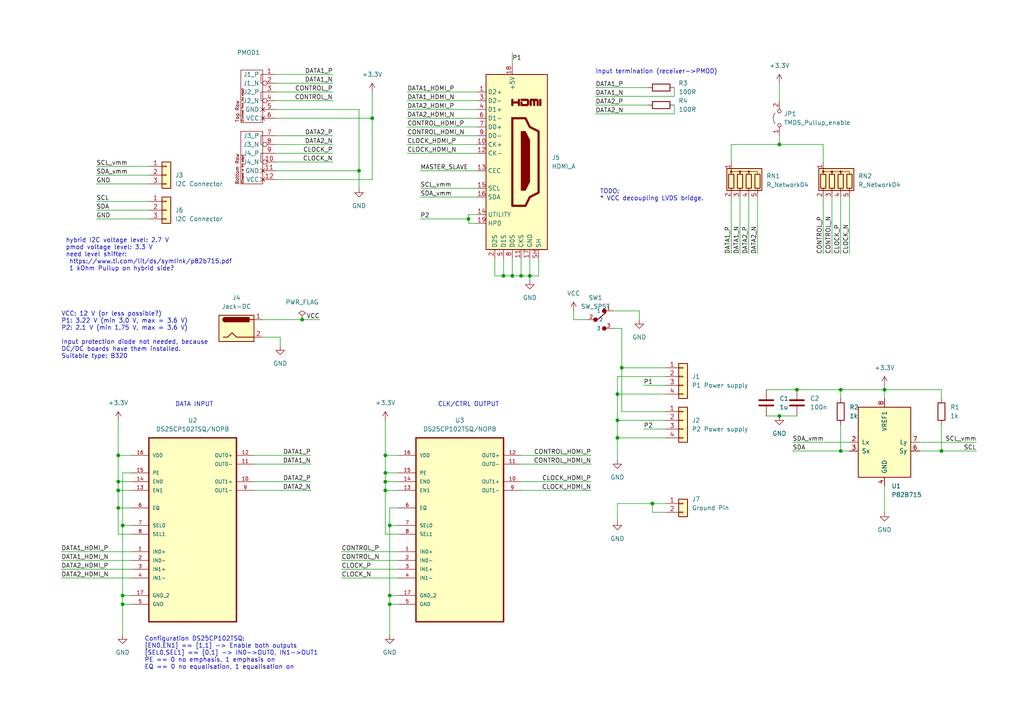
<source format=kicad_sch>
(kicad_sch (version 20211123) (generator eeschema)
  (paper "A4")
  (lib_symbols
    (symbol "1101M2S3CQE2:1101M2S3CQE2" (pin_names (offset 1.016))
      (property "Reference" "S" (at 2.5409 5.0819 0))
      (property "Value" "1101M2S3CQE2" (at 2.5405 -5.0811 0))
      (symbol "1101M2S3CQE2_0_0"
        (circle (center 0 -0.254) (radius 0.254) (stroke (width 0.254)))
        (polyline (pts (xy 0.508 0) (xy 3.048 2.032)) (stroke (width 0.254)))
        (circle (center 0 0) (radius 0.254) (stroke (width 0.254)))
        (circle (center 0 0) (radius 0.3592) (stroke (width 0.254)))
        (circle (center 0 0) (radius 0.508) (stroke (width 0.254)))
        (circle (center 2.286 2.54) (radius 0.254) (stroke (width 0.254)))
        (circle (center 2.54 -2.794) (radius 0.254) (stroke (width 0.254)))
        (circle (center 2.54 -2.54) (radius 0.254) (stroke (width 0.254)))
        (circle (center 2.54 -2.54) (radius 0.508) (stroke (width 0.254)))
        (circle (center 2.54 2.54) (radius 0.254) (stroke (width 0.254)))
        (circle (center 2.54 2.54) (radius 0.3592) (stroke (width 0.254)))
        (circle (center 2.54 2.54) (radius 0.3592) (stroke (width 0.254)))
        (circle (center 2.54 2.54) (radius 0.508) (stroke (width 0.254)))
        (pin passive line (at 5.08 2.54 180) (length 2.54) (name "1") (number "1"))
        (pin passive line (at -2.54 0 0) (length 2.54) (name "2") (number "2"))
        (pin passive line (at 5.08 -2.54 180) (length 2.54) (name "3") (number "3"))
      )
    )
    (symbol "Connector:HDMI_A"
      (property "Reference" "J" (at -6.35 26.67 0))
      (property "Value" "HDMI_A" (at 10.16 26.67 0))
      (symbol "HDMI_A_0_0"
        (polyline (pts (xy 8.128 16.51) (xy 8.128 18.034)) (stroke (width 0.635)))
        (polyline (pts (xy 0 16.51) (xy 0 18.034) (xy 0 17.272) (xy 1.905 17.272) (xy 1.905 18.034) (xy 1.905 16.51)) (stroke (width 0.635)))
        (polyline (pts (xy 2.667 18.034) (xy 4.318 18.034) (xy 4.572 17.78) (xy 4.572 16.764) (xy 4.318 16.51) (xy 2.667 16.51) (xy 2.667 17.272)) (stroke (width 0.635)))
      )
      (symbol "HDMI_A_0_1"
        (rectangle (start -7.62 25.4) (end 10.16 -25.4) (stroke (width 0.254)) (fill (type background)))
        (polyline (pts (xy 2.54 8.89) (xy 3.81 8.89) (xy 5.08 6.35) (xy 5.08 -5.715) (xy 3.81 -8.255) (xy 2.54 -8.255) (xy 2.54 8.89)) (fill (type outline)))
        (polyline (pts (xy 5.334 16.51) (xy 5.334 18.034) (xy 6.35 18.034) (xy 6.35 16.51) (xy 6.35 18.034) (xy 7.112 18.034) (xy 7.366 17.78) (xy 7.366 16.51)) (stroke (width 0.635)))
        (polyline (pts (xy 0 12.7) (xy 0 -12.7) (xy 3.81 -12.7) (xy 5.08 -10.16) (xy 7.62 -8.89) (xy 7.62 8.89) (xy 5.08 10.16) (xy 3.81 12.7) (xy 0 12.7)) (stroke (width 0.635)))
      )
      (symbol "HDMI_A_1_1"
        (pin passive line (at -10.16 20.32 0) (length 2.54) (name "D2+") (number "1"))
        (pin passive line (at -10.16 5.08 0) (length 2.54) (name "CK+") (number "10"))
        (pin power_in line (at 2.54 -27.94 90) (length 2.54) (name "CKS") (number "11"))
        (pin passive line (at -10.16 2.54 0) (length 2.54) (name "CK-") (number "12"))
        (pin bidirectional line (at -10.16 -2.54 0) (length 2.54) (name "CEC") (number "13"))
        (pin passive line (at -10.16 -15.24 0) (length 2.54) (name "UTILITY") (number "14"))
        (pin passive line (at -10.16 -7.62 0) (length 2.54) (name "SCL") (number "15"))
        (pin bidirectional line (at -10.16 -10.16 0) (length 2.54) (name "SDA") (number "16"))
        (pin power_in line (at 5.08 -27.94 90) (length 2.54) (name "GND") (number "17"))
        (pin power_in line (at 0 27.94 270) (length 2.54) (name "+5V") (number "18"))
        (pin passive line (at -10.16 -17.78 0) (length 2.54) (name "HPD") (number "19"))
        (pin power_in line (at -5.08 -27.94 90) (length 2.54) (name "D2S") (number "2"))
        (pin passive line (at -10.16 17.78 0) (length 2.54) (name "D2-") (number "3"))
        (pin passive line (at -10.16 15.24 0) (length 2.54) (name "D1+") (number "4"))
        (pin power_in line (at -2.54 -27.94 90) (length 2.54) (name "D1S") (number "5"))
        (pin passive line (at -10.16 12.7 0) (length 2.54) (name "D1-") (number "6"))
        (pin passive line (at -10.16 10.16 0) (length 2.54) (name "D0+") (number "7"))
        (pin power_in line (at 0 -27.94 90) (length 2.54) (name "D0S") (number "8"))
        (pin passive line (at -10.16 7.62 0) (length 2.54) (name "D0-") (number "9"))
        (pin passive line (at 7.62 -27.94 90) (length 2.54) (name "SH") (number "SH"))
      )
    )
    (symbol "Connector:Jack-DC" (pin_names (offset 1.016))
      (property "Reference" "J" (at 0 5.334 0))
      (property "Value" "Jack-DC" (at 0 -5.08 0))
      (symbol "Jack-DC_0_1"
        (rectangle (start -5.08 3.81) (end 5.08 -3.81) (stroke (width 0.254)) (fill (type background)))
        (arc (start -3.302 3.175) (mid -3.937 2.54) (end -3.302 1.905) (stroke (width 0.254)))
        (arc (start -3.302 3.175) (mid -3.937 2.54) (end -3.302 1.905) (stroke (width 0.254)) (fill (type outline)))
        (polyline (pts (xy 5.08 2.54) (xy 3.81 2.54)) (stroke (width 0.254)))
        (polyline (pts (xy -3.81 -2.54) (xy -2.54 -2.54) (xy -1.27 -1.27) (xy 0 -2.54) (xy 2.54 -2.54) (xy 5.08 -2.54)) (stroke (width 0.254)))
        (rectangle (start 3.683 3.175) (end -3.302 1.905) (stroke (width 0.254)) (fill (type outline)))
      )
      (symbol "Jack-DC_1_1"
        (pin passive line (at 7.62 2.54 180) (length 2.54) (name "~") (number "1"))
        (pin passive line (at 7.62 -2.54 180) (length 2.54) (name "~") (number "2"))
      )
    )
    (symbol "Connector_Generic:Conn_01x02" (pin_names (offset 1.016) hide)
      (property "Reference" "J" (at 0 2.54 0))
      (property "Value" "Conn_01x02" (at 0 -5.08 0))
      (symbol "Conn_01x02_1_1"
        (rectangle (start -1.27 -2.413) (end 0 -2.667) (stroke (width 0.1524)))
        (rectangle (start -1.27 0.127) (end 0 -0.127) (stroke (width 0.1524)))
        (rectangle (start -1.27 1.27) (end 1.27 -3.81) (stroke (width 0.254)) (fill (type background)))
        (pin passive line (at -5.08 0 0) (length 3.81) (name "Pin_1") (number "1"))
        (pin passive line (at -5.08 -2.54 0) (length 3.81) (name "Pin_2") (number "2"))
      )
    )
    (symbol "Connector_Generic:Conn_01x03" (pin_names (offset 1.016) hide)
      (property "Reference" "J" (at 0 5.08 0))
      (property "Value" "Conn_01x03" (at 0 -5.08 0))
      (symbol "Conn_01x03_1_1"
        (rectangle (start -1.27 -2.413) (end 0 -2.667) (stroke (width 0.1524)))
        (rectangle (start -1.27 0.127) (end 0 -0.127) (stroke (width 0.1524)))
        (rectangle (start -1.27 2.667) (end 0 2.413) (stroke (width 0.1524)))
        (rectangle (start -1.27 3.81) (end 1.27 -3.81) (stroke (width 0.254)) (fill (type background)))
        (pin passive line (at -5.08 2.54 0) (length 3.81) (name "Pin_1") (number "1"))
        (pin passive line (at -5.08 0 0) (length 3.81) (name "Pin_2") (number "2"))
        (pin passive line (at -5.08 -2.54 0) (length 3.81) (name "Pin_3") (number "3"))
      )
    )
    (symbol "Connector_Generic:Conn_01x04" (pin_names (offset 1.016) hide)
      (property "Reference" "J" (at 0 5.08 0))
      (property "Value" "Conn_01x04" (at 0 -7.62 0))
      (symbol "Conn_01x04_1_1"
        (rectangle (start -1.27 -4.953) (end 0 -5.207) (stroke (width 0.1524)))
        (rectangle (start -1.27 -2.413) (end 0 -2.667) (stroke (width 0.1524)))
        (rectangle (start -1.27 0.127) (end 0 -0.127) (stroke (width 0.1524)))
        (rectangle (start -1.27 2.667) (end 0 2.413) (stroke (width 0.1524)))
        (rectangle (start -1.27 3.81) (end 1.27 -6.35) (stroke (width 0.254)) (fill (type background)))
        (pin passive line (at -5.08 2.54 0) (length 3.81) (name "Pin_1") (number "1"))
        (pin passive line (at -5.08 0 0) (length 3.81) (name "Pin_2") (number "2"))
        (pin passive line (at -5.08 -2.54 0) (length 3.81) (name "Pin_3") (number "3"))
        (pin passive line (at -5.08 -5.08 0) (length 3.81) (name "Pin_4") (number "4"))
      )
    )
    (symbol "DS25CP102TSQ_NOPB:DS25CP102TSQ{slash}NOPB" (pin_names (offset 1.016))
      (property "Reference" "U" (at -6.03 24.8323 0))
      (property "Value" "DS25CP102TSQ{slash}NOPB" (at -6.8882 -32.8903 0))
      (symbol "DS25CP102TSQ{slash}NOPB_0_0"
        (rectangle (start -12.7 -30.48) (end 12.7 22.86) (stroke (width 0.4064)) (fill (type background)))
        (pin input line (at -17.78 -10.16 0) (length 5.08) (name "IN0+") (number "1"))
        (pin output line (at 17.78 10.16 180) (length 5.08) (name "OUT1+") (number "10"))
        (pin output line (at 17.78 15.24 180) (length 5.08) (name "OUT0-") (number "11"))
        (pin output line (at 17.78 17.78 180) (length 5.08) (name "OUT0+") (number "12"))
        (pin input line (at -17.78 7.62 0) (length 5.08) (name "EN1") (number "13"))
        (pin input line (at -17.78 10.16 0) (length 5.08) (name "EN0") (number "14"))
        (pin input line (at -17.78 12.7 0) (length 5.08) (name "PE") (number "15"))
        (pin power_in line (at -17.78 17.78 0) (length 5.08) (name "VDD") (number "16"))
        (pin passive line (at -17.78 -22.86 0) (length 5.08) (name "GND_2") (number "17"))
        (pin input line (at -17.78 -12.7 0) (length 5.08) (name "IN0-") (number "2"))
        (pin input line (at -17.78 -15.24 0) (length 5.08) (name "IN1+") (number "3"))
        (pin input line (at -17.78 -17.78 0) (length 5.08) (name "IN1-") (number "4"))
        (pin passive line (at -17.78 -25.4 0) (length 5.08) (name "GND") (number "5"))
        (pin input line (at -17.78 2.54 0) (length 5.08) (name "EQ") (number "6"))
        (pin input line (at -17.78 -2.54 0) (length 5.08) (name "SEL0") (number "7"))
        (pin input line (at -17.78 -5.08 0) (length 5.08) (name "SEL1") (number "8"))
        (pin output line (at 17.78 7.62 180) (length 5.08) (name "OUT1-") (number "9"))
      )
    )
    (symbol "Device:C" (pin_numbers hide) (pin_names (offset 0.254))
      (property "Reference" "C" (at 0.635 2.54 0))
      (property "Value" "C" (at 0.635 -2.54 0))
      (symbol "C_0_1"
        (polyline (pts (xy -2.032 -0.762) (xy 2.032 -0.762)) (stroke (width 0.508)))
        (polyline (pts (xy -2.032 0.762) (xy 2.032 0.762)) (stroke (width 0.508)))
      )
      (symbol "C_1_1"
        (pin passive line (at 0 3.81 270) (length 2.794) (name "~") (number "1"))
        (pin passive line (at 0 -3.81 90) (length 2.794) (name "~") (number "2"))
      )
    )
    (symbol "Device:R" (pin_numbers hide) (pin_names (offset 0))
      (property "Reference" "R" (at 2.032 0 90))
      (property "Value" "R" (at 0 0 90))
      (symbol "R_0_1"
        (rectangle (start -1.016 -2.54) (end 1.016 2.54) (stroke (width 0.254)))
      )
      (symbol "R_1_1"
        (pin passive line (at 0 3.81 270) (length 1.27) (name "~") (number "1"))
        (pin passive line (at 0 -3.81 90) (length 1.27) (name "~") (number "2"))
      )
    )
    (symbol "Device:R_Network04" (pin_names (offset 0) hide)
      (property "Reference" "RN" (at -7.62 0 90))
      (property "Value" "R_Network04" (at 5.08 0 90))
      (symbol "R_Network04_0_1"
        (rectangle (start -6.35 -3.175) (end 3.81 3.175) (stroke (width 0.254)) (fill (type background)))
        (rectangle (start -5.842 1.524) (end -4.318 -2.54) (stroke (width 0.254)))
        (circle (center -5.08 2.286) (radius 0.254) (fill (type outline)))
        (rectangle (start -3.302 1.524) (end -1.778 -2.54) (stroke (width 0.254)))
        (circle (center -2.54 2.286) (radius 0.254) (fill (type outline)))
        (rectangle (start -0.762 1.524) (end 0.762 -2.54) (stroke (width 0.254)))
        (polyline (pts (xy -5.08 -2.54) (xy -5.08 -3.81)))
        (polyline (pts (xy -2.54 -2.54) (xy -2.54 -3.81)))
        (polyline (pts (xy 0 -2.54) (xy 0 -3.81)))
        (polyline (pts (xy 2.54 -2.54) (xy 2.54 -3.81)))
        (polyline (pts (xy -5.08 1.524) (xy -5.08 2.286) (xy -2.54 2.286) (xy -2.54 1.524)))
        (polyline (pts (xy -2.54 1.524) (xy -2.54 2.286) (xy 0 2.286) (xy 0 1.524)))
        (polyline (pts (xy 0 1.524) (xy 0 2.286) (xy 2.54 2.286) (xy 2.54 1.524)))
        (circle (center 0 2.286) (radius 0.254) (fill (type outline)))
        (rectangle (start 1.778 1.524) (end 3.302 -2.54) (stroke (width 0.254)))
      )
      (symbol "R_Network04_1_1"
        (pin passive line (at -5.08 5.08 270) (length 2.54) (name "common") (number "1"))
        (pin passive line (at -5.08 -5.08 90) (length 1.27) (name "R1") (number "2"))
        (pin passive line (at -2.54 -5.08 90) (length 1.27) (name "R2") (number "3"))
        (pin passive line (at 0 -5.08 90) (length 1.27) (name "R3") (number "4"))
        (pin passive line (at 2.54 -5.08 90) (length 1.27) (name "R4") (number "5"))
      )
    )
    (symbol "Interface:PCA9306D" (pin_names (offset 1.016))
      (property "Reference" "U?" (at 2.0194 -12.7 0))
      (property "Value" "P82B715" (at 2.0194 -15.24 0))
      (symbol "PCA9306D_0_1"
        (rectangle (start -7.62 10.16) (end 7.62 -10.16) (stroke (width 0.254)) (fill (type background)))
      )
      (symbol "PCA9306D_1_1"
        (pin bidirectional line (at -10.16 0 0) (length 2.54) (name "Lx") (number "2"))
        (pin bidirectional line (at -10.16 -2.54 0) (length 2.54) (name "Sx") (number "3"))
        (pin power_in line (at 0 -12.7 90) (length 2.54) (name "GND") (number "4"))
        (pin bidirectional line (at 10.16 -2.54 180) (length 2.54) (name "Sy") (number "6"))
        (pin bidirectional line (at 10.16 0 180) (length 2.54) (name "Ly") (number "7"))
        (pin power_in line (at 0 12.7 270) (length 2.54) (name "VREF1") (number "8"))
      )
    )
    (symbol "Jumper:Jumper_2_Open" (pin_names (offset 0) hide)
      (property "Reference" "JP" (at 0 2.794 0))
      (property "Value" "Jumper_2_Open" (at 0 -2.286 0))
      (symbol "Jumper_2_Open_0_0"
        (circle (center -2.032 0) (radius 0.508))
        (circle (center 2.032 0) (radius 0.508))
      )
      (symbol "Jumper_2_Open_0_1"
        (arc (start 1.524 1.27) (mid 0 1.778) (end -1.524 1.27))
      )
      (symbol "Jumper_2_Open_1_1"
        (pin passive line (at -5.08 0 0) (length 2.54) (name "A") (number "1"))
        (pin passive line (at 5.08 0 180) (length 2.54) (name "B") (number "2"))
      )
    )
    (symbol "pmod:PMOD-Device-x2-Type-XHS" (pin_names (offset 1.016))
      (property "Reference" "PMOD" (at -3.302 -1.27 0))
      (property "Datasheet" "https://docs.google.com/a/mithis.com/spreadsheets/d/1D-GboyrP57VVpejQzEm0P1WEORo1LAIt92hk1bZGEoo/edit#gid=0" (at -1.27 7.62 0))
      (symbol "PMOD-Device-x2-Type-XHS_0_0"
        (text "(Closest to the edge)" (at -5.842 -13.462 900) (effects (font (size 0.508 0.508))))
        (text "(Furthest from the edge)" (at -5.842 5.08 900) (effects (font (size 0.508 0.508))))
        (text "Bottom Row" (at -7.366 -13.462 900) (effects (font (size 0.9906 0.9906))))
        (text "Top Row" (at -7.366 3.302 900) (effects (font (size 0.9906 0.9906))))
      )
      (symbol "PMOD-Device-x2-Type-XHS_0_1"
        (rectangle (start -6.35 -2.54) (end 0 -17.78))
        (polyline (pts (xy 0 -11.43) (xy -0.508 -11.43) (xy -0.508 -8.89) (xy 0 -8.89)))
        (polyline (pts (xy 0 -6.35) (xy -0.508 -6.35) (xy -0.508 -3.81) (xy 0 -3.81)))
        (polyline (pts (xy 0 6.35) (xy -0.508 6.35) (xy -0.508 8.89) (xy 0 8.89)))
        (polyline (pts (xy 0 11.43) (xy -0.508 11.43) (xy -0.508 13.97) (xy 0 13.97)))
        (rectangle (start 0 15.24) (end -6.35 0))
      )
      (symbol "PMOD-Device-x2-Type-XHS_1_1"
        (pin bidirectional line (at 3.81 13.97 180) (length 3.81) (name "J1_P") (number "1"))
        (pin bidirectional inverted (at 3.81 -11.43 180) (length 3.81) (name "J4_N") (number "10"))
        (pin power_out non_logic (at 3.81 -13.97 180) (length 3.81) (name "GND") (number "11"))
        (pin power_out non_logic (at 3.81 -16.51 180) (length 3.81) (name "VCC") (number "12"))
        (pin bidirectional inverted (at 3.81 11.43 180) (length 3.81) (name "J1_N") (number "2"))
        (pin bidirectional line (at 3.81 8.89 180) (length 3.81) (name "J2_P") (number "3"))
        (pin bidirectional inverted (at 3.81 6.35 180) (length 3.81) (name "J2_N") (number "4"))
        (pin power_out non_logic (at 3.81 3.81 180) (length 3.81) (name "GND") (number "5"))
        (pin power_out non_logic (at 3.81 1.27 180) (length 3.81) (name "VCC") (number "6"))
        (pin bidirectional line (at 3.81 -3.81 180) (length 3.81) (name "J3_P") (number "7"))
        (pin bidirectional inverted (at 3.81 -6.35 180) (length 3.81) (name "J3_N") (number "8"))
        (pin bidirectional line (at 3.81 -8.89 180) (length 3.81) (name "J4_P") (number "9"))
      )
    )
    (symbol "power:+3.3V" (power) (pin_names (offset 0))
      (property "Value" "+3.3V" (at 0 3.556 0))
      (symbol "+3.3V_0_1"
        (polyline (pts (xy -0.762 1.27) (xy 0 2.54)))
        (polyline (pts (xy 0 0) (xy 0 2.54)))
        (polyline (pts (xy 0 2.54) (xy 0.762 1.27)))
      )
      (symbol "+3.3V_1_1"
        (pin power_in line (at 0 0 90) (length 0) hide (name "+3.3V") (number "1"))
      )
    )
    (symbol "power:GND" (power) (pin_names (offset 0))
      (property "Value" "GND" (at 0 -3.81 0))
      (symbol "GND_0_1"
        (polyline (pts (xy 0 0) (xy 0 -1.27) (xy 1.27 -1.27) (xy 0 -2.54) (xy -1.27 -1.27) (xy 0 -1.27)))
      )
      (symbol "GND_1_1"
        (pin power_in line (at 0 0 270) (length 0) hide (name "GND") (number "1"))
      )
    )
    (symbol "power:PWR_FLAG" (power) (pin_numbers hide) (pin_names (offset 0) hide)
      (property "Value" "PWR_FLAG" (at 0 3.81 0))
      (symbol "PWR_FLAG_0_0"
        (pin power_out line (at 0 0 90) (length 0) (name "pwr") (number "1"))
      )
      (symbol "PWR_FLAG_0_1"
        (polyline (pts (xy 0 0) (xy 0 1.27) (xy -1.016 1.905) (xy 0 2.54) (xy 1.016 1.905) (xy 0 1.27)))
      )
    )
    (symbol "power:VCC" (power) (pin_names (offset 0))
      (property "Value" "VCC" (at 0 3.81 0))
      (symbol "VCC_0_1"
        (polyline (pts (xy -0.762 1.27) (xy 0 2.54)))
        (polyline (pts (xy 0 0) (xy 0 2.54)))
        (polyline (pts (xy 0 2.54) (xy 0.762 1.27)))
      )
      (symbol "VCC_1_1"
        (pin power_in line (at 0 0 90) (length 0) hide (name "VCC") (number "1"))
      )
    )
  )
  (junction (at 179.07 127))
  (junction (at 113.03 172.72))
  (junction (at 35.56 175.26))
  (junction (at 34.29 142.24))
  (junction (at 179.07 121.92))
  (junction (at 146.05 80.01))
  (junction (at 231.14 113.03))
  (junction (at 226.06 41.91))
  (junction (at 226.06 120.65))
  (junction (at 113.03 175.26))
  (junction (at 34.29 147.32))
  (junction (at 113.03 152.4))
  (junction (at 256.54 113.03))
  (junction (at 180.34 106.68))
  (junction (at 243.84 113.03))
  (junction (at 153.67 80.01))
  (junction (at 151.13 80.01))
  (junction (at 34.29 132.08))
  (junction (at 135.89 63.5))
  (junction (at 111.76 132.08))
  (junction (at 111.76 142.24))
  (junction (at 243.84 130.81))
  (junction (at 111.76 137.16))
  (junction (at 35.56 152.4))
  (junction (at 87.63 92.71))
  (junction (at 179.07 114.3))
  (junction (at 148.59 80.01))
  (junction (at 273.05 130.81))
  (junction (at 35.56 172.72))
  (junction (at 34.29 139.7))
  (junction (at 111.76 139.7))
  (junction (at 104.14 49.53))
  (junction (at 189.23 146.05))
  (junction (at 107.95 34.29))
  (wire (pts (xy 177.8 95.25) (xy 180.34 95.25)))
  (wire (pts (xy 273.05 113.03) (xy 256.54 113.03)))
  (wire (pts (xy 80.01 52.07) (xy 107.95 52.07)))
  (wire (pts (xy 90.17 132.08) (xy 73.66 132.08)))
  (wire (pts (xy 156.21 80.01) (xy 153.67 80.01)))
  (wire (pts (xy 27.94 53.34) (xy 43.18 53.34)))
  (wire (pts (xy 146.05 80.01) (xy 148.59 80.01)))
  (wire (pts (xy 179.07 121.92) (xy 193.04 121.92)))
  (wire (pts (xy 80.01 31.75) (xy 104.14 31.75)))
  (wire (pts (xy 222.25 113.03) (xy 231.14 113.03)))
  (wire (pts (xy 96.52 24.13) (xy 80.01 24.13)))
  (wire (pts (xy 283.21 128.27) (xy 266.7 128.27)))
  (wire (pts (xy 166.37 90.17) (xy 166.37 92.71)))
  (wire (pts (xy 38.1 137.16) (xy 35.56 137.16)))
  (wire (pts (xy 186.69 111.76) (xy 193.04 111.76)))
  (wire (pts (xy 186.69 124.46) (xy 193.04 124.46)))
  (wire (pts (xy 229.87 128.27) (xy 246.38 128.27)))
  (wire (pts (xy 107.95 52.07) (xy 107.95 34.29)))
  (wire (pts (xy 121.92 57.15) (xy 138.43 57.15)))
  (wire (pts (xy 17.78 167.64) (xy 38.1 167.64)))
  (wire (pts (xy 212.09 41.91) (xy 226.06 41.91)))
  (wire (pts (xy 80.01 41.91) (xy 96.52 41.91)))
  (wire (pts (xy 121.92 63.5) (xy 135.89 63.5)))
  (wire (pts (xy 156.21 74.93) (xy 156.21 80.01)))
  (wire (pts (xy 243.84 113.03) (xy 243.84 115.57)))
  (wire (pts (xy 256.54 113.03) (xy 256.54 115.57)))
  (wire (pts (xy 118.11 39.37) (xy 138.43 39.37)))
  (wire (pts (xy 172.72 25.4) (xy 187.96 25.4)))
  (wire (pts (xy 171.45 139.7) (xy 151.13 139.7)))
  (wire (pts (xy 243.84 123.19) (xy 243.84 130.81)))
  (wire (pts (xy 135.89 64.77) (xy 138.43 64.77)))
  (wire (pts (xy 273.05 115.57) (xy 273.05 113.03)))
  (wire (pts (xy 151.13 80.01) (xy 153.67 80.01)))
  (wire (pts (xy 35.56 175.26) (xy 35.56 172.72)))
  (wire (pts (xy 80.01 44.45) (xy 96.52 44.45)))
  (wire (pts (xy 214.63 73.66) (xy 214.63 57.15)))
  (wire (pts (xy 90.17 134.62) (xy 73.66 134.62)))
  (wire (pts (xy 113.03 175.26) (xy 113.03 172.72)))
  (wire (pts (xy 115.57 154.94) (xy 111.76 154.94)))
  (wire (pts (xy 27.94 48.26) (xy 43.18 48.26)))
  (wire (pts (xy 96.52 26.67) (xy 80.01 26.67)))
  (wire (pts (xy 243.84 113.03) (xy 256.54 113.03)))
  (wire (pts (xy 226.06 39.37) (xy 226.06 41.91)))
  (wire (pts (xy 118.11 31.75) (xy 138.43 31.75)))
  (wire (pts (xy 238.76 73.66) (xy 238.76 57.15)))
  (wire (pts (xy 121.92 54.61) (xy 138.43 54.61)))
  (wire (pts (xy 96.52 21.59) (xy 80.01 21.59)))
  (wire (pts (xy 238.76 41.91) (xy 238.76 46.99)))
  (wire (pts (xy 179.07 151.13) (xy 179.07 146.05)))
  (wire (pts (xy 148.59 74.93) (xy 148.59 80.01)))
  (wire (pts (xy 226.06 120.65) (xy 231.14 120.65)))
  (wire (pts (xy 115.57 147.32) (xy 113.03 147.32)))
  (wire (pts (xy 180.34 119.38) (xy 180.34 106.68)))
  (wire (pts (xy 246.38 73.66) (xy 246.38 57.15)))
  (wire (pts (xy 118.11 36.83) (xy 138.43 36.83)))
  (wire (pts (xy 27.94 50.8) (xy 43.18 50.8)))
  (wire (pts (xy 222.25 120.65) (xy 226.06 120.65)))
  (wire (pts (xy 34.29 147.32) (xy 38.1 147.32)))
  (wire (pts (xy 35.56 172.72) (xy 38.1 172.72)))
  (wire (pts (xy 179.07 127) (xy 179.07 133.35)))
  (wire (pts (xy 115.57 132.08) (xy 111.76 132.08)))
  (wire (pts (xy 113.03 184.15) (xy 113.03 175.26)))
  (wire (pts (xy 35.56 137.16) (xy 35.56 152.4)))
  (wire (pts (xy 135.89 63.5) (xy 135.89 64.77)))
  (wire (pts (xy 180.34 106.68) (xy 193.04 106.68)))
  (wire (pts (xy 217.17 73.66) (xy 217.17 57.15)))
  (wire (pts (xy 153.67 80.01) (xy 153.67 81.28)))
  (wire (pts (xy 113.03 175.26) (xy 115.57 175.26)))
  (wire (pts (xy 118.11 34.29) (xy 138.43 34.29)))
  (wire (pts (xy 99.06 165.1) (xy 115.57 165.1)))
  (wire (pts (xy 111.76 142.24) (xy 111.76 154.94)))
  (wire (pts (xy 80.01 49.53) (xy 104.14 49.53)))
  (wire (pts (xy 172.72 33.02) (xy 195.58 33.02)))
  (wire (pts (xy 177.8 90.17) (xy 185.42 90.17)))
  (wire (pts (xy 80.01 34.29) (xy 107.95 34.29)))
  (wire (pts (xy 189.23 146.05) (xy 193.04 146.05)))
  (wire (pts (xy 179.07 114.3) (xy 179.07 121.92)))
  (wire (pts (xy 90.17 142.24) (xy 73.66 142.24)))
  (wire (pts (xy 283.21 130.81) (xy 273.05 130.81)))
  (wire (pts (xy 179.07 146.05) (xy 189.23 146.05)))
  (wire (pts (xy 118.11 41.91) (xy 138.43 41.91)))
  (wire (pts (xy 243.84 73.66) (xy 243.84 57.15)))
  (wire (pts (xy 138.43 62.23) (xy 135.89 62.23)))
  (wire (pts (xy 153.67 74.93) (xy 153.67 80.01)))
  (wire (pts (xy 111.76 139.7) (xy 115.57 139.7)))
  (wire (pts (xy 34.29 139.7) (xy 34.29 132.08)))
  (wire (pts (xy 87.63 92.71) (xy 92.71 92.71)))
  (wire (pts (xy 81.28 97.79) (xy 81.28 100.33)))
  (wire (pts (xy 193.04 148.59) (xy 189.23 148.59)))
  (wire (pts (xy 80.01 46.99) (xy 96.52 46.99)))
  (wire (pts (xy 179.07 127) (xy 193.04 127)))
  (wire (pts (xy 80.01 39.37) (xy 96.52 39.37)))
  (wire (pts (xy 146.05 74.93) (xy 146.05 80.01)))
  (wire (pts (xy 27.94 63.5) (xy 43.18 63.5)))
  (wire (pts (xy 148.59 80.01) (xy 151.13 80.01)))
  (wire (pts (xy 231.14 113.03) (xy 243.84 113.03)))
  (wire (pts (xy 243.84 130.81) (xy 246.38 130.81)))
  (wire (pts (xy 193.04 109.22) (xy 179.07 109.22)))
  (wire (pts (xy 273.05 123.19) (xy 273.05 130.81)))
  (wire (pts (xy 38.1 132.08) (xy 34.29 132.08)))
  (wire (pts (xy 273.05 130.81) (xy 266.7 130.81)))
  (wire (pts (xy 148.59 15.24) (xy 148.59 19.05)))
  (wire (pts (xy 143.51 74.93) (xy 143.51 80.01)))
  (wire (pts (xy 171.45 132.08) (xy 151.13 132.08)))
  (wire (pts (xy 241.3 73.66) (xy 241.3 57.15)))
  (wire (pts (xy 118.11 26.67) (xy 138.43 26.67)))
  (wire (pts (xy 115.57 142.24) (xy 111.76 142.24)))
  (wire (pts (xy 35.56 184.15) (xy 35.56 175.26)))
  (wire (pts (xy 111.76 142.24) (xy 111.76 139.7)))
  (wire (pts (xy 113.03 152.4) (xy 113.03 172.72)))
  (wire (pts (xy 96.52 29.21) (xy 80.01 29.21)))
  (wire (pts (xy 107.95 34.29) (xy 107.95 26.67)))
  (wire (pts (xy 17.78 160.02) (xy 38.1 160.02)))
  (wire (pts (xy 229.87 130.81) (xy 243.84 130.81)))
  (wire (pts (xy 212.09 73.66) (xy 212.09 57.15)))
  (wire (pts (xy 111.76 137.16) (xy 111.76 132.08)))
  (wire (pts (xy 17.78 165.1) (xy 38.1 165.1)))
  (wire (pts (xy 226.06 41.91) (xy 238.76 41.91)))
  (wire (pts (xy 111.76 137.16) (xy 115.57 137.16)))
  (wire (pts (xy 118.11 44.45) (xy 138.43 44.45)))
  (wire (pts (xy 34.29 132.08) (xy 34.29 121.92)))
  (wire (pts (xy 179.07 114.3) (xy 193.04 114.3)))
  (wire (pts (xy 179.07 121.92) (xy 179.07 127)))
  (wire (pts (xy 219.71 73.66) (xy 219.71 57.15)))
  (wire (pts (xy 256.54 140.97) (xy 256.54 148.59)))
  (wire (pts (xy 171.45 134.62) (xy 151.13 134.62)))
  (wire (pts (xy 34.29 142.24) (xy 34.29 139.7)))
  (wire (pts (xy 172.72 30.48) (xy 187.96 30.48)))
  (wire (pts (xy 111.76 132.08) (xy 111.76 121.92)))
  (wire (pts (xy 99.06 162.56) (xy 115.57 162.56)))
  (wire (pts (xy 151.13 74.93) (xy 151.13 80.01)))
  (wire (pts (xy 17.78 162.56) (xy 38.1 162.56)))
  (wire (pts (xy 76.2 92.71) (xy 87.63 92.71)))
  (wire (pts (xy 90.17 139.7) (xy 73.66 139.7)))
  (wire (pts (xy 193.04 119.38) (xy 180.34 119.38)))
  (wire (pts (xy 189.23 148.59) (xy 189.23 146.05)))
  (wire (pts (xy 38.1 142.24) (xy 34.29 142.24)))
  (wire (pts (xy 135.89 62.23) (xy 135.89 63.5)))
  (wire (pts (xy 104.14 31.75) (xy 104.14 49.53)))
  (wire (pts (xy 38.1 154.94) (xy 34.29 154.94)))
  (wire (pts (xy 180.34 95.25) (xy 180.34 106.68)))
  (wire (pts (xy 166.37 92.71) (xy 170.18 92.71)))
  (wire (pts (xy 34.29 139.7) (xy 38.1 139.7)))
  (wire (pts (xy 179.07 109.22) (xy 179.07 114.3)))
  (wire (pts (xy 99.06 167.64) (xy 115.57 167.64)))
  (wire (pts (xy 195.58 27.94) (xy 195.58 25.4)))
  (wire (pts (xy 195.58 33.02) (xy 195.58 30.48)))
  (wire (pts (xy 34.29 154.94) (xy 34.29 147.32)))
  (wire (pts (xy 226.06 24.13) (xy 226.06 29.21)))
  (wire (pts (xy 172.72 27.94) (xy 195.58 27.94)))
  (wire (pts (xy 35.56 152.4) (xy 35.56 172.72)))
  (wire (pts (xy 256.54 111.76) (xy 256.54 113.03)))
  (wire (pts (xy 104.14 49.53) (xy 104.14 54.61)))
  (wire (pts (xy 111.76 139.7) (xy 111.76 137.16)))
  (wire (pts (xy 212.09 41.91) (xy 212.09 46.99)))
  (wire (pts (xy 171.45 142.24) (xy 151.13 142.24)))
  (wire (pts (xy 113.03 172.72) (xy 115.57 172.72)))
  (wire (pts (xy 118.11 29.21) (xy 138.43 29.21)))
  (wire (pts (xy 113.03 147.32) (xy 113.03 152.4)))
  (wire (pts (xy 143.51 80.01) (xy 146.05 80.01)))
  (wire (pts (xy 27.94 60.96) (xy 43.18 60.96)))
  (wire (pts (xy 34.29 147.32) (xy 34.29 142.24)))
  (wire (pts (xy 35.56 175.26) (xy 38.1 175.26)))
  (wire (pts (xy 76.2 97.79) (xy 81.28 97.79)))
  (wire (pts (xy 27.94 58.42) (xy 43.18 58.42)))
  (wire (pts (xy 185.42 90.17) (xy 185.42 92.71)))
  (wire (pts (xy 99.06 160.02) (xy 115.57 160.02)))
  (wire (pts (xy 115.57 152.4) (xy 113.03 152.4)))
  (wire (pts (xy 38.1 152.4) (xy 35.56 152.4)))
  (wire (pts (xy 121.92 49.53) (xy 138.43 49.53)))
  (text "hybrid I2C voltage level: 2.7 V\npmod voltage level: 3.3 V\nneed level shifter:\n https://www.ti.com/lit/ds/symlink/p82b715.pdf\n 1 kOhm Pullup on hybrid side?" (at 19.05 78.74 0) (effects (font (size 1.27 1.27)) (justify left bottom)))
  (text "VCC: 12 V (or less possible?)\nP1: 3.22 V (min 3.0 V, max = 3.6 V)\nP2: 2.1 V (min 1.75 V, max = 3.6 V)\n\nInput protection diode not needed, because\nDC/DC boards have them installed.\nSuitable type: B320" (at 17.78 104.14 0) (effects (font (size 1.27 1.27)) (justify left bottom)))
  (text "Configuration DS25CP102TSQ:\n[EN0,EN1] == [1,1] -> Enable both outputs\n[SEL0,SEL1] == [0,1] -> IN0->OUT0, IN1->OUT1\nPE == 0 no emphasis, 1 emphasis on\nEQ == 0 no equalisation, 1 equalisation on" (at 41.91 194.31 0) (effects (font (size 1.27 1.27)) (justify left bottom)))
  (text "Input termination (receiver->PMOD)" (at 172.72 21.59 0) (effects (font (size 1.27 1.27)) (justify left bottom)))
  (text "CLK/CTRL OUTPUT" (at 127 118.11 0) (effects (font (size 1.27 1.27)) (justify left bottom)))
  (text "DATA INPUT" (at 50.8 118.11 0) (effects (font (size 1.27 1.27)) (justify left bottom)))
  (text "TODO:\n* VCC decoupling LVDS bridge." (at 173.99 58.42 0) (effects (font (size 1.27 1.27)) (justify left bottom)))
  (label "VCC" (at 92.71 92.71 180))
  (label "DATA2_N" (at 90.17 142.24 180))
  (label "CONTROL_P" (at 99.06 160.02 0))
  (label "DATA2_N" (at 96.52 41.91 180))
  (label "GND" (at 27.94 53.34 0))
  (label "DATA2_P" (at 90.17 139.7 180))
  (label "DATA1_HDMI_N" (at 17.78 162.56 0))
  (label "DATA2_HDMI_P" (at 118.11 31.75 0))
  (label "P2" (at 186.69 124.46 0))
  (label "CONTROL_P" (at 96.52 26.67 180))
  (label "P1" (at 148.59 17.78 0))
  (label "DATA1_HDMI_N" (at 118.11 29.21 0))
  (label "CONTROL_HDMI_P" (at 118.11 36.83 0))
  (label "SDA" (at 27.94 60.96 0))
  (label "SDA_vmm" (at 229.87 128.27 0))
  (label "SCL" (at 283.21 130.81 180))
  (label "DATA1_P" (at 212.09 73.66 90))
  (label "SDA_vmm" (at 27.94 50.8 0))
  (label "DATA1_HDMI_P" (at 118.11 26.67 0))
  (label "CLOCK_HDMI_N" (at 171.45 142.24 180))
  (label "DATA1_N" (at 214.63 73.66 90))
  (label "CLOCK_P" (at 99.06 165.1 0))
  (label "DATA2_N" (at 219.71 73.66 90))
  (label "GND" (at 27.94 63.5 0))
  (label "DATA1_P" (at 90.17 132.08 180))
  (label "DATA2_P" (at 217.17 73.66 90))
  (label "CLOCK_N" (at 99.06 167.64 0))
  (label "P1" (at 186.69 111.76 0))
  (label "DATA2_P" (at 172.72 30.48 0))
  (label "DATA1_N" (at 90.17 134.62 180))
  (label "DATA1_N" (at 172.72 27.94 0))
  (label "CLOCK_HDMI_N" (at 118.11 44.45 0))
  (label "CLOCK_N" (at 96.52 46.99 180))
  (label "SCL" (at 27.94 58.42 0))
  (label "DATA2_HDMI_N" (at 17.78 167.64 0))
  (label "DATA1_HDMI_P" (at 17.78 160.02 0))
  (label "CONTROL_N" (at 96.52 29.21 180))
  (label "DATA2_HDMI_N" (at 118.11 34.29 0))
  (label "SCL_vmm" (at 283.21 128.27 180))
  (label "CONTROL_P" (at 238.76 73.66 90))
  (label "DATA1_P" (at 96.52 21.59 180))
  (label "DATA2_P" (at 96.52 39.37 180))
  (label "SCL_vmm" (at 121.92 54.61 0))
  (label "DATA2_N" (at 172.72 33.02 0))
  (label "P2" (at 121.92 63.5 0))
  (label "CLOCK_P" (at 243.84 73.66 90))
  (label "CLOCK_HDMI_P" (at 171.45 139.7 180))
  (label "CONTROL_N" (at 241.3 73.66 90))
  (label "MASTER_SLAVE" (at 121.92 49.53 0))
  (label "SCL_vmm" (at 27.94 48.26 0))
  (label "SDA" (at 229.87 130.81 0))
  (label "CONTROL_HDMI_N" (at 118.11 39.37 0))
  (label "CLOCK_HDMI_P" (at 118.11 41.91 0))
  (label "CLOCK_P" (at 96.52 44.45 180))
  (label "DATA1_N" (at 96.52 24.13 180))
  (label "CONTROL_N" (at 99.06 162.56 0))
  (label "SDA_vmm" (at 121.92 57.15 0))
  (label "DATA1_P" (at 172.72 25.4 0))
  (label "CLOCK_N" (at 246.38 73.66 90))
  (label "CONTROL_HDMI_N" (at 171.45 134.62 180))
  (label "DATA2_HDMI_P" (at 17.78 165.1 0))
  (label "CONTROL_HDMI_P" (at 171.45 132.08 180))
  (symbol (lib_id "Interface:PCA9306D") (at 256.54 128.27 0) (unit 1)
    (property "Reference" "U1" (at 258.5594 140.97 0) (effects (justify left)))
    (property "Value" "P82B715" (at 258.5594 143.51 0) (effects (justify left)))
    (property "Footprint" "Package_SO:SOIC-8_3.9x4.9mm_P1.27mm" (effects hide))
    (property "Datasheet" "https://www.ti.com/lit/ds/symlink/p82b715.pdf" (effects hide))
  )
  (symbol (lib_id "Device:R_Network04") (at 217.17 52.07 0) (unit 1)
    (property "Reference" "RN1" (at 222.25 51.0539 0) (effects (justify left)))
    (property "Value" "R_Network04" (at 222.25 53.5939 0) (effects (justify left)))
    (property "Footprint" "Resistor_SMD:R_Cat16-4" (effects hide))
    (property "Datasheet" "http://www.vishay.com/docs/31509/csc.pdf" (effects hide))
  )
  (symbol (lib_id "power:GND") (at 113.03 184.15 0) (unit 1)
    (property "Reference" "#PWR016" (effects hide))
    (property "Value" "GND" (at 113.03 189.23 0))
  )
  (symbol (lib_id "Device:C") (at 231.14 116.84 0) (unit 1)
    (property "Reference" "C2" (at 234.95 115.5699 0) (effects (justify left)))
    (property "Value" "100n" (at 234.95 118.1099 0) (effects (justify left)))
    (property "Footprint" "Capacitor_SMD:C_0603_1608Metric_Pad1.08x0.95mm_HandSolder" (effects hide))
  )
  (symbol (lib_id "Connector_Generic:Conn_01x04") (at 198.12 121.92 0) (unit 1)
    (property "Reference" "J2" (at 200.66 121.9199 0) (effects (justify left)))
    (property "Value" "P2 Power supply" (at 200.66 124.4599 0) (effects (justify left)))
    (property "Footprint" "DC_DC_LM2596_small:DC_DC_LM2596_small_short" (effects hide))
  )
  (symbol (lib_id "Jumper:Jumper_2_Open") (at 226.06 34.29 90) (unit 1)
    (property "Reference" "JP1" (at 227.33 33.0199 90) (effects (justify right)))
    (property "Value" "TMDS_Pullup_enable" (at 227.33 35.5599 90) (effects (justify right)))
    (property "Footprint" "Connector_PinHeader_2.54mm:PinHeader_1x02_P2.54mm_Vertical" (effects hide))
  )
  (symbol (lib_id "power:GND") (at 153.67 81.28 0) (unit 1)
    (property "Reference" "#PWR07" (effects hide))
    (property "Value" "GND" (at 153.67 86.36 0))
  )
  (symbol (lib_id "power:+3.3V") (at 107.95 26.67 0) (unit 1)
    (property "Reference" "#PWR06" (effects hide))
    (property "Value" "+3.3V" (at 107.95 21.59 0))
  )
  (symbol (lib_id "power:GND") (at 35.56 184.15 0) (unit 1)
    (property "Reference" "#PWR014" (effects hide))
    (property "Value" "GND" (at 35.56 189.23 0))
  )
  (symbol (lib_id "power:+3.3V") (at 256.54 111.76 0) (unit 1)
    (property "Reference" "#PWR09" (effects hide))
    (property "Value" "+3.3V" (at 256.54 106.68 0))
  )
  (symbol (lib_id "DS25CP102TSQ_NOPB:DS25CP102TSQ{slash}NOPB") (at 133.35 149.86 0) (unit 1)
    (property "Reference" "U3" (at 133.35 121.92 0))
    (property "Value" "DS25CP102TSQ/NOPB" (at 133.35 124.46 0))
    (property "Footprint" "QFN50P400X400X80-17N" (effects hide))
    (property "SUPPLIER" "National Semiconductor" (effects hide))
    (property "OC_FARNELL" "1685353" (effects hide))
    (property "MPN" "DS25CP102TSQ/NOPB" (effects hide))
    (property "OC_NEWARK" "64M6835" (effects hide))
    (property "PACKAGE" "LLP-16" (effects hide))
  )
  (symbol (lib_id "Device:R_Network04") (at 243.84 52.07 0) (unit 1)
    (property "Reference" "RN2" (at 248.92 51.0539 0) (effects (justify left)))
    (property "Value" "R_Network04" (at 248.92 53.5939 0) (effects (justify left)))
    (property "Footprint" "Resistor_SMD:R_Cat16-4" (effects hide))
    (property "Datasheet" "http://www.vishay.com/docs/31509/csc.pdf" (effects hide))
  )
  (symbol (lib_id "Device:R") (at 191.77 25.4 90) (unit 1)
    (property "Reference" "R3" (at 198.12 24.13 90))
    (property "Value" "100R" (at 199.39 26.67 90))
  )
  (symbol (lib_id "power:GND") (at 81.28 100.33 0) (unit 1)
    (property "Reference" "#PWR04" (effects hide))
    (property "Value" "GND" (at 81.28 105.41 0))
  )
  (symbol (lib_id "power:PWR_FLAG") (at 87.63 92.71 0) (unit 1)
    (property "Reference" "#FLG0101" (effects hide))
    (property "Value" "PWR_FLAG" (at 87.63 87.63 0))
  )
  (symbol (lib_id "power:VCC") (at 166.37 90.17 0) (unit 1)
    (property "Reference" "#PWR05" (effects hide))
    (property "Value" "VCC" (at 166.37 85.09 0))
  )
  (symbol (lib_id "power:+3.3V") (at 34.29 121.92 0) (unit 1)
    (property "Reference" "#PWR013" (effects hide))
    (property "Value" "+3.3V" (at 34.29 116.84 0))
  )
  (symbol (lib_id "power:+3.3V") (at 226.06 24.13 0) (unit 1)
    (property "Reference" "#PWR012" (effects hide))
    (property "Value" "+3.3V" (at 226.06 19.05 0))
  )
  (symbol (lib_id "power:GND") (at 226.06 120.65 0) (unit 1)
    (property "Reference" "#PWR011" (effects hide))
    (property "Value" "GND" (at 226.06 125.73 0))
  )
  (symbol (lib_id "power:+3.3V") (at 111.76 121.92 0) (unit 1)
    (property "Reference" "#PWR015" (effects hide))
    (property "Value" "+3.3V" (at 111.76 116.84 0))
  )
  (symbol (lib_id "power:GND") (at 179.07 151.13 0) (unit 1)
    (property "Reference" "#PWR08" (effects hide))
    (property "Value" "GND" (at 179.07 156.21 0))
  )
  (symbol (lib_id "power:GND") (at 179.07 133.35 0) (unit 1)
    (property "Reference" "#PWR02" (effects hide))
    (property "Value" "GND" (at 179.07 138.43 0))
  )
  (symbol (lib_id "Connector:HDMI_A") (at 148.59 46.99 0) (unit 1)
    (property "Reference" "J5" (at 160.02 45.7199 0) (effects (justify left)))
    (property "Value" "HDMI_A" (at 160.02 48.2599 0) (effects (justify left)))
    (property "Footprint" "Connector_HDMI:HDMI_A_Molex_208658-1001_Horizontal" (effects hide))
    (property "Datasheet" "https://en.wikipedia.org/wiki/HDMI" (effects hide))
  )
  (symbol (lib_id "Connector_Generic:Conn_01x02") (at 198.12 146.05 0) (unit 1)
    (property "Reference" "J7" (at 200.66 144.7799 0) (effects (justify left)))
    (property "Value" "Ground Pin" (at 200.66 147.3199 0) (effects (justify left)))
    (property "Footprint" "Connector_PinHeader_2.54mm:PinHeader_1x02_P2.54mm_Vertical" (effects hide))
  )
  (symbol (lib_id "DS25CP102TSQ_NOPB:DS25CP102TSQ{slash}NOPB") (at 55.88 149.86 0) (unit 1)
    (property "Reference" "U2" (at 55.88 121.92 0))
    (property "Value" "DS25CP102TSQ/NOPB" (at 55.88 124.46 0))
    (property "Footprint" "DS25CP102TSQ:QFN50P400X400X80-17N" (effects hide))
    (property "SUPPLIER" "National Semiconductor" (effects hide))
    (property "OC_FARNELL" "1685353" (effects hide))
    (property "MPN" "DS25CP102TSQ/NOPB" (effects hide))
    (property "OC_NEWARK" "64M6835" (effects hide))
    (property "PACKAGE" "LLP-16" (effects hide))
  )
  (symbol (lib_id "Device:R") (at 191.77 30.48 90) (unit 1)
    (property "Reference" "R4" (at 198.12 29.21 90))
    (property "Value" "100R" (at 199.39 31.75 90))
  )
  (symbol (lib_id "power:GND") (at 185.42 92.71 0) (unit 1)
    (property "Reference" "#PWR03" (effects hide))
    (property "Value" "GND" (at 185.42 97.79 0))
  )
  (symbol (lib_id "Connector_Generic:Conn_01x03") (at 48.26 60.96 0) (unit 1)
    (property "Reference" "J6" (at 50.8 60.9599 0) (effects (justify left)))
    (property "Value" "I2C Connector" (at 50.8 63.4999 0) (effects (justify left)))
    (property "Footprint" "Connector_PinHeader_2.54mm:PinHeader_1x03_P2.54mm_Vertical" (effects hide))
  )
  (symbol (lib_id "Connector_Generic:Conn_01x03") (at 48.26 50.8 0) (unit 1)
    (property "Reference" "J3" (at 50.8 50.7999 0) (effects (justify left)))
    (property "Value" "I2C Connector" (at 50.8 53.3399 0) (effects (justify left)))
    (property "Footprint" "Connector_PinHeader_2.54mm:PinHeader_1x03_P2.54mm_Vertical" (effects hide))
  )
  (symbol (lib_id "power:GND") (at 104.14 54.61 0) (unit 1)
    (property "Reference" "#PWR01" (effects hide))
    (property "Value" "GND" (at 104.14 59.69 0))
  )
  (symbol (lib_id "Device:R") (at 273.05 119.38 0) (unit 1)
    (property "Reference" "R1" (at 275.59 118.1099 0) (effects (justify left)))
    (property "Value" "1k" (at 275.59 120.6499 0) (effects (justify left)))
    (property "Footprint" "Resistor_SMD:R_0603_1608Metric_Pad0.98x0.95mm_HandSolder" (effects hide))
  )
  (symbol (lib_id "Connector:Jack-DC") (at 68.58 95.25 0) (unit 1)
    (property "Reference" "J4" (at 68.58 86.36 0))
    (property "Value" "Jack-DC" (at 68.58 88.9 0))
    (property "Footprint" "Connector_BarrelJack:BarrelJack_Horizontal" (effects hide))
  )
  (symbol (lib_id "Device:R") (at 243.84 119.38 0) (unit 1)
    (property "Reference" "R2" (at 246.38 118.1099 0) (effects (justify left)))
    (property "Value" "1k" (at 246.38 120.6499 0) (effects (justify left)))
    (property "Footprint" "Resistor_SMD:R_0603_1608Metric_Pad0.98x0.95mm_HandSolder" (effects hide))
  )
  (symbol (lib_id "1101M2S3CQE2:1101M2S3CQE2") (at 172.72 92.71 0) (unit 1)
    (property "Reference" "SW1" (at 172.72 86.36 0))
    (property "Value" "SW_SPST" (at 172.72 88.9 0))
    (property "Footprint" "cuk1101M2S3CQE2:SW_1101M2S3CQE2" (effects hide))
    (property "MANUFACTURER" "CnK" (effects hide))
  )
  (symbol (lib_id "power:GND") (at 256.54 148.59 0) (unit 1)
    (property "Reference" "#PWR010" (effects hide))
    (property "Value" "GND" (at 256.54 153.67 0))
  )
  (symbol (lib_id "Connector_Generic:Conn_01x04") (at 198.12 109.22 0) (unit 1)
    (property "Reference" "J1" (at 200.66 109.2199 0) (effects (justify left)))
    (property "Value" "P1 Power supply" (at 200.66 111.7599 0) (effects (justify left)))
    (property "Footprint" "DC_DC_LM2596_small:DC_DC_LM2596_small_short" (effects hide))
  )
  (symbol (lib_id "Device:C") (at 222.25 116.84 0) (unit 1)
    (property "Reference" "C1" (at 226.06 115.5699 0) (effects (justify left)))
    (property "Value" "1u" (at 226.06 118.1099 0) (effects (justify left)))
    (property "Footprint" "Capacitor_SMD:C_0603_1608Metric_Pad1.08x0.95mm_HandSolder" (effects hide))
  )
  (symbol (lib_id "pmod:PMOD-Device-x2-Type-XHS") (at 76.2 35.56 0) (unit 1)
    (property "Reference" "PMOD1" (at 72.0718 15.24 0))
    (property "Value" "PMOD-Device-x2-Type-XHS" (effects hide))
    (property "Footprint" "pmod-conn_6x2:pmod_pin_array_6x2" (effects hide))
    (property "Datasheet" "https://docs.google.com/a/mithis.com/spreadsheets/d/1D-GboyrP57VVpejQzEm0P1WEORo1LAIt92hk1bZGEoo/edit#gid=0" (effects hide))
  )
)
</source>
